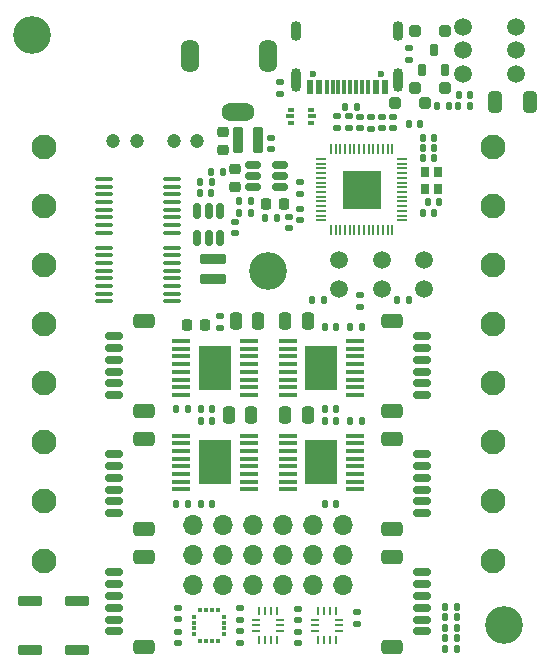
<source format=gbr>
%TF.GenerationSoftware,KiCad,Pcbnew,(7.0.0)*%
%TF.CreationDate,2023-08-07T02:07:42-04:00*%
%TF.ProjectId,NoU3,4e6f5533-2e6b-4696-9361-645f70636258,rev?*%
%TF.SameCoordinates,Original*%
%TF.FileFunction,Soldermask,Top*%
%TF.FilePolarity,Negative*%
%FSLAX46Y46*%
G04 Gerber Fmt 4.6, Leading zero omitted, Abs format (unit mm)*
G04 Created by KiCad (PCBNEW (7.0.0)) date 2023-08-07 02:07:42*
%MOMM*%
%LPD*%
G01*
G04 APERTURE LIST*
G04 Aperture macros list*
%AMRoundRect*
0 Rectangle with rounded corners*
0 $1 Rounding radius*
0 $2 $3 $4 $5 $6 $7 $8 $9 X,Y pos of 4 corners*
0 Add a 4 corners polygon primitive as box body*
4,1,4,$2,$3,$4,$5,$6,$7,$8,$9,$2,$3,0*
0 Add four circle primitives for the rounded corners*
1,1,$1+$1,$2,$3*
1,1,$1+$1,$4,$5*
1,1,$1+$1,$6,$7*
1,1,$1+$1,$8,$9*
0 Add four rect primitives between the rounded corners*
20,1,$1+$1,$2,$3,$4,$5,0*
20,1,$1+$1,$4,$5,$6,$7,0*
20,1,$1+$1,$6,$7,$8,$9,0*
20,1,$1+$1,$8,$9,$2,$3,0*%
G04 Aperture macros list end*
%ADD10RoundRect,0.140000X-0.140000X-0.170000X0.140000X-0.170000X0.140000X0.170000X-0.140000X0.170000X0*%
%ADD11RoundRect,0.140000X0.170000X-0.140000X0.170000X0.140000X-0.170000X0.140000X-0.170000X-0.140000X0*%
%ADD12RoundRect,0.140000X-0.170000X0.140000X-0.170000X-0.140000X0.170000X-0.140000X0.170000X0.140000X0*%
%ADD13R,2.794000X3.810000*%
%ADD14RoundRect,0.100000X0.687500X0.100000X-0.687500X0.100000X-0.687500X-0.100000X0.687500X-0.100000X0*%
%ADD15RoundRect,0.250000X0.250000X0.250000X-0.250000X0.250000X-0.250000X-0.250000X0.250000X-0.250000X0*%
%ADD16RoundRect,0.135000X-0.135000X-0.185000X0.135000X-0.185000X0.135000X0.185000X-0.135000X0.185000X0*%
%ADD17RoundRect,0.135000X-0.185000X0.135000X-0.185000X-0.135000X0.185000X-0.135000X0.185000X0.135000X0*%
%ADD18RoundRect,0.135000X0.135000X0.185000X-0.135000X0.185000X-0.135000X-0.185000X0.135000X-0.185000X0*%
%ADD19RoundRect,0.100000X0.637500X0.100000X-0.637500X0.100000X-0.637500X-0.100000X0.637500X-0.100000X0*%
%ADD20RoundRect,0.225000X-0.250000X0.225000X-0.250000X-0.225000X0.250000X-0.225000X0.250000X0.225000X0*%
%ADD21RoundRect,0.135000X0.185000X-0.135000X0.185000X0.135000X-0.185000X0.135000X-0.185000X-0.135000X0*%
%ADD22RoundRect,0.100000X-0.900000X0.300000X-0.900000X-0.300000X0.900000X-0.300000X0.900000X0.300000X0*%
%ADD23RoundRect,0.100000X-0.687500X-0.100000X0.687500X-0.100000X0.687500X0.100000X-0.687500X0.100000X0*%
%ADD24RoundRect,0.140000X0.140000X0.170000X-0.140000X0.170000X-0.140000X-0.170000X0.140000X-0.170000X0*%
%ADD25C,1.200000*%
%ADD26RoundRect,0.225000X0.225000X0.250000X-0.225000X0.250000X-0.225000X-0.250000X0.225000X-0.250000X0*%
%ADD27RoundRect,0.150000X0.625000X-0.150000X0.625000X0.150000X-0.625000X0.150000X-0.625000X-0.150000X0*%
%ADD28RoundRect,0.250000X0.650000X-0.350000X0.650000X0.350000X-0.650000X0.350000X-0.650000X-0.350000X0*%
%ADD29RoundRect,0.150000X0.150000X-0.400000X0.150000X0.400000X-0.150000X0.400000X-0.150000X-0.400000X0*%
%ADD30RoundRect,0.150000X-0.625000X0.150000X-0.625000X-0.150000X0.625000X-0.150000X0.625000X0.150000X0*%
%ADD31RoundRect,0.250000X-0.650000X0.350000X-0.650000X-0.350000X0.650000X-0.350000X0.650000X0.350000X0*%
%ADD32RoundRect,0.150000X-0.150000X0.512500X-0.150000X-0.512500X0.150000X-0.512500X0.150000X0.512500X0*%
%ADD33C,3.200000*%
%ADD34R,0.800000X0.900000*%
%ADD35C,2.100000*%
%ADD36RoundRect,0.050000X-0.050000X0.387500X-0.050000X-0.387500X0.050000X-0.387500X0.050000X0.387500X0*%
%ADD37RoundRect,0.050000X-0.387500X0.050000X-0.387500X-0.050000X0.387500X-0.050000X0.387500X0.050000X0*%
%ADD38R,3.200000X3.200000*%
%ADD39O,1.700000X1.700000*%
%ADD40RoundRect,0.800000X0.000000X-0.600000X0.000000X-0.600000X0.000000X0.600000X0.000000X0.600000X0*%
%ADD41RoundRect,0.800000X0.600000X0.000000X0.600000X0.000000X-0.600000X0.000000X-0.600000X0.000000X0*%
%ADD42C,1.500000*%
%ADD43R,0.500000X0.375000*%
%ADD44R,0.650000X0.300000*%
%ADD45RoundRect,0.250000X0.250000X0.475000X-0.250000X0.475000X-0.250000X-0.475000X0.250000X-0.475000X0*%
%ADD46C,0.600000*%
%ADD47R,0.600000X1.160000*%
%ADD48R,0.300000X1.160000*%
%ADD49O,0.900000X2.000000*%
%ADD50O,0.900000X1.700000*%
%ADD51RoundRect,0.225000X-0.225000X-0.250000X0.225000X-0.250000X0.225000X0.250000X-0.225000X0.250000X0*%
%ADD52RoundRect,0.250000X-0.250000X-0.475000X0.250000X-0.475000X0.250000X0.475000X-0.250000X0.475000X0*%
%ADD53R,0.250000X0.675000*%
%ADD54R,0.675000X0.250000*%
%ADD55RoundRect,0.212500X-0.887500X0.212500X-0.887500X-0.212500X0.887500X-0.212500X0.887500X0.212500X0*%
%ADD56R,0.300000X0.450000*%
%ADD57R,0.450000X0.300000*%
%ADD58RoundRect,0.150000X-0.512500X-0.150000X0.512500X-0.150000X0.512500X0.150000X-0.512500X0.150000X0*%
%ADD59RoundRect,0.212500X0.212500X0.887500X-0.212500X0.887500X-0.212500X-0.887500X0.212500X-0.887500X0*%
%ADD60RoundRect,0.250000X-0.325000X-0.650000X0.325000X-0.650000X0.325000X0.650000X-0.325000X0.650000X0*%
G04 APERTURE END LIST*
D10*
%TO.C,C38*%
X13529037Y8850000D03*
X14489037Y8850000D03*
%TD*%
D11*
%TO.C,C7*%
X-4100000Y-1780000D03*
X-4100000Y-820000D03*
%TD*%
D12*
%TO.C,C41*%
X2500000Y-27520000D03*
X2500000Y-28480000D03*
%TD*%
D13*
%TO.C,U1*%
X4499999Y-5199999D03*
D14*
X7362500Y-7475000D03*
X7362500Y-6825000D03*
X7362500Y-6175000D03*
X7362500Y-5525000D03*
X7362500Y-4875000D03*
X7362500Y-4225000D03*
X7362500Y-3575000D03*
X7362500Y-2925000D03*
X1637500Y-2925000D03*
X1637500Y-3575000D03*
X1637500Y-4225000D03*
X1637500Y-4875000D03*
X1637500Y-5525000D03*
X1637500Y-6175000D03*
X1637500Y-6825000D03*
X1637500Y-7475000D03*
%TD*%
D15*
%TO.C,D2*%
X13250000Y17200000D03*
X10750000Y17200000D03*
%TD*%
D16*
%TO.C,R3*%
X-7810000Y-8700000D03*
X-6790000Y-8700000D03*
%TD*%
D11*
%TO.C,C40*%
X2500000Y-26530000D03*
X2500000Y-25570000D03*
%TD*%
D17*
%TO.C,R19*%
X7500000Y-25885000D03*
X7500000Y-26905000D03*
%TD*%
D18*
%TO.C,R26*%
X15310000Y17000000D03*
X14290000Y17000000D03*
%TD*%
%TO.C,R23*%
X16010000Y-27200000D03*
X14990000Y-27200000D03*
%TD*%
D11*
%TO.C,C25*%
X2700001Y9570000D03*
X2700001Y10530000D03*
%TD*%
D19*
%TO.C,U13*%
X-8187500Y450000D03*
X-8187500Y1100000D03*
X-8187500Y1750000D03*
X-8187500Y2400000D03*
X-8187500Y3050000D03*
X-8187500Y3700000D03*
X-8187500Y4350000D03*
X-8187500Y5000000D03*
X-13912500Y5000000D03*
X-13912500Y4350000D03*
X-13912500Y3700000D03*
X-13912500Y3050000D03*
X-13912500Y2400000D03*
X-13912500Y1750000D03*
X-13912500Y1100000D03*
X-13912500Y450000D03*
%TD*%
D20*
%TO.C,C35*%
X-3800000Y14775000D03*
X-3800000Y13225000D03*
%TD*%
D19*
%TO.C,U14*%
X-8187500Y6250000D03*
X-8187500Y6900000D03*
X-8187500Y7550000D03*
X-8187500Y8200000D03*
X-8187500Y8850000D03*
X-8187500Y9500000D03*
X-8187500Y10150000D03*
X-8187500Y10800000D03*
X-13912500Y10800000D03*
X-13912500Y10150000D03*
X-13912500Y9500000D03*
X-13912500Y8850000D03*
X-13912500Y8200000D03*
X-13912500Y7550000D03*
X-13912500Y6900000D03*
X-13912500Y6250000D03*
%TD*%
D18*
%TO.C,R15*%
X7513708Y16930788D03*
X6493708Y16930788D03*
%TD*%
D21*
%TO.C,R16*%
X1000000Y17990000D03*
X1000000Y19010000D03*
%TD*%
D22*
%TO.C,SW2*%
X-20200000Y-24900000D03*
X-20200000Y-29100000D03*
%TD*%
D17*
%TO.C,R18*%
X7800000Y1010000D03*
X7800000Y-10000D03*
%TD*%
D13*
%TO.C,U4*%
X-4499999Y-5199999D03*
D23*
X-7362500Y-2925000D03*
X-7362500Y-3575000D03*
X-7362500Y-4225000D03*
X-7362500Y-4875000D03*
X-7362500Y-5525000D03*
X-7362500Y-6175000D03*
X-7362500Y-6825000D03*
X-7362500Y-7475000D03*
X-1637500Y-7475000D03*
X-1637500Y-6825000D03*
X-1637500Y-6175000D03*
X-1637500Y-5525000D03*
X-1637500Y-4875000D03*
X-1637500Y-4225000D03*
X-1637500Y-3575000D03*
X-1637500Y-2925000D03*
%TD*%
D24*
%TO.C,C30*%
X14039037Y7950000D03*
X13079037Y7950000D03*
%TD*%
D25*
%TO.C,C39*%
X-8000000Y14000000D03*
X-6000000Y14000000D03*
%TD*%
D26*
%TO.C,C22*%
X1375000Y8700000D03*
X-175000Y8700000D03*
%TD*%
D27*
%TO.C,J17*%
X13025000Y-17500000D03*
X13025000Y-16500000D03*
X13025000Y-15500000D03*
X13025000Y-14500000D03*
X13025000Y-13500000D03*
X13025000Y-12500000D03*
D28*
X10500000Y-18800000D03*
X10500000Y-11200000D03*
%TD*%
D29*
%TO.C,Q1*%
X13050000Y20050000D03*
X14950000Y20050000D03*
X14000000Y21750000D03*
%TD*%
D24*
%TO.C,C34*%
X14059037Y13450000D03*
X13099037Y13450000D03*
%TD*%
D30*
%TO.C,J13*%
X-13025000Y-22500000D03*
X-13025000Y-23500000D03*
X-13025000Y-24500000D03*
X-13025000Y-25500000D03*
X-13025000Y-26500000D03*
X-13025000Y-27500000D03*
D31*
X-10500000Y-21200000D03*
X-10500000Y-28800000D03*
%TD*%
D32*
%TO.C,U16*%
X-4100000Y8100000D03*
X-5050000Y8100000D03*
X-6000000Y8100000D03*
X-6000000Y5825000D03*
X-5050000Y5825000D03*
X-4100000Y5825000D03*
%TD*%
D24*
%TO.C,C10*%
X-4720000Y-9700000D03*
X-5680000Y-9700000D03*
%TD*%
D10*
%TO.C,C4*%
X4820000Y-8700000D03*
X5780000Y-8700000D03*
%TD*%
%TO.C,C15*%
X16120000Y17900000D03*
X17080000Y17900000D03*
%TD*%
D12*
%TO.C,C27*%
X1800000Y7580000D03*
X1800000Y6620000D03*
%TD*%
D13*
%TO.C,U6*%
X4499999Y-13199999D03*
D14*
X7362500Y-15475000D03*
X7362500Y-14825000D03*
X7362500Y-14175000D03*
X7362500Y-13525000D03*
X7362500Y-12875000D03*
X7362500Y-12225000D03*
X7362500Y-11575000D03*
X7362500Y-10925000D03*
X1637500Y-10925000D03*
X1637500Y-11575000D03*
X1637500Y-12225000D03*
X1637500Y-12875000D03*
X1637500Y-13525000D03*
X1637500Y-14175000D03*
X1637500Y-14825000D03*
X1637500Y-15475000D03*
%TD*%
D33*
%TO.C,*%
X-20000000Y23000000D03*
%TD*%
D34*
%TO.C,U3*%
X14341168Y9992282D03*
X14341168Y11392282D03*
X13241168Y11392282D03*
X13241168Y9992282D03*
%TD*%
D16*
%TO.C,R17*%
X3690000Y600000D03*
X4710000Y600000D03*
%TD*%
D35*
%TO.C,J11*%
X19000000Y-16500000D03*
X19000000Y-21500000D03*
%TD*%
D33*
%TO.C,*%
X20000000Y-27000000D03*
%TD*%
D27*
%TO.C,J10*%
X13025000Y-27500000D03*
X13025000Y-26500000D03*
X13025000Y-25500000D03*
X13025000Y-24500000D03*
X13025000Y-23500000D03*
X13025000Y-22500000D03*
D28*
X10500000Y-28800000D03*
X10500000Y-21200000D03*
%TD*%
D35*
%TO.C,J6*%
X-19000000Y-1500000D03*
X-19000000Y3500000D03*
%TD*%
D16*
%TO.C,R6*%
X-7810000Y-16700000D03*
X-6790000Y-16700000D03*
%TD*%
D36*
%TO.C,U2*%
X10500000Y13337500D03*
X10100000Y13337500D03*
X9700000Y13337500D03*
X9300000Y13337500D03*
X8900000Y13337500D03*
X8500000Y13337500D03*
X8100000Y13337500D03*
X7700000Y13337500D03*
X7300000Y13337500D03*
X6900000Y13337500D03*
X6500000Y13337500D03*
X6100000Y13337500D03*
X5700000Y13337500D03*
X5300000Y13337500D03*
D37*
X4462500Y12500000D03*
X4462500Y12100000D03*
X4462500Y11700000D03*
X4462500Y11300000D03*
X4462500Y10900000D03*
X4462500Y10500000D03*
X4462500Y10100000D03*
X4462500Y9700000D03*
X4462500Y9300000D03*
X4462500Y8900000D03*
X4462500Y8500000D03*
X4462500Y8100000D03*
X4462500Y7700000D03*
X4462500Y7300000D03*
D36*
X5300000Y6462500D03*
X5700000Y6462500D03*
X6100000Y6462500D03*
X6500000Y6462500D03*
X6900000Y6462500D03*
X7300000Y6462500D03*
X7700000Y6462500D03*
X8100000Y6462500D03*
X8500000Y6462500D03*
X8900000Y6462500D03*
X9300000Y6462500D03*
X9700000Y6462500D03*
X10100000Y6462500D03*
X10500000Y6462500D03*
D37*
X11337500Y7300000D03*
X11337500Y7700000D03*
X11337500Y8100000D03*
X11337500Y8500000D03*
X11337500Y8900000D03*
X11337500Y9300000D03*
X11337500Y9700000D03*
X11337500Y10100000D03*
X11337500Y10500000D03*
X11337500Y10900000D03*
X11337500Y11300000D03*
X11337500Y11700000D03*
X11337500Y12100000D03*
X11337500Y12500000D03*
D38*
X7899999Y9899999D03*
%TD*%
D39*
%TO.C,U19*%
X-1269999Y-20999999D03*
X1269999Y-20999999D03*
X-1269999Y-18459999D03*
X1269999Y-18459999D03*
X-1269999Y-23539999D03*
X1269999Y-23539999D03*
%TD*%
D24*
%TO.C,C33*%
X-4824000Y9612500D03*
X-5784000Y9612500D03*
%TD*%
D17*
%TO.C,R30*%
X6821025Y16108642D03*
X6821025Y15088642D03*
%TD*%
D40*
%TO.C,J15*%
X0Y21182500D03*
X-6650000Y21182500D03*
D41*
X-2550000Y16482500D03*
%TD*%
D10*
%TO.C,C32*%
X-2455223Y8898251D03*
X-1495223Y8898251D03*
%TD*%
D42*
%TO.C,D4*%
X13200000Y1450000D03*
X13200000Y3950000D03*
%TD*%
D18*
%TO.C,R24*%
X16010000Y-28100000D03*
X14990000Y-28100000D03*
%TD*%
D12*
%TO.C,C43*%
X-7600000Y-25520000D03*
X-7600000Y-26480000D03*
%TD*%
D13*
%TO.C,U5*%
X-4499999Y-13199999D03*
D23*
X-7362500Y-10925000D03*
X-7362500Y-11575000D03*
X-7362500Y-12225000D03*
X-7362500Y-12875000D03*
X-7362500Y-13525000D03*
X-7362500Y-14175000D03*
X-7362500Y-14825000D03*
X-7362500Y-15475000D03*
X-1637500Y-15475000D03*
X-1637500Y-14825000D03*
X-1637500Y-14175000D03*
X-1637500Y-13525000D03*
X-1637500Y-12875000D03*
X-1637500Y-12225000D03*
X-1637500Y-11575000D03*
X-1637500Y-10925000D03*
%TD*%
D10*
%TO.C,C37*%
X13099037Y12601471D03*
X14059037Y12601471D03*
%TD*%
D35*
%TO.C,J5*%
X-19000000Y8500000D03*
X-19000000Y13500000D03*
%TD*%
D43*
%TO.C,U9*%
X1949999Y16637499D03*
D44*
X1874999Y16099999D03*
D43*
X1949999Y15562499D03*
X3649999Y15562499D03*
D44*
X3724999Y16099999D03*
D43*
X3649999Y16637499D03*
%TD*%
D45*
%TO.C,C11*%
X-850000Y-1200000D03*
X-2750000Y-1200000D03*
%TD*%
D16*
%TO.C,R12*%
X-310000Y7500000D03*
X710000Y7500000D03*
%TD*%
D10*
%TO.C,C13*%
X4820000Y-16700000D03*
X5780000Y-16700000D03*
%TD*%
D27*
%TO.C,J1*%
X13025000Y-7500000D03*
X13025000Y-6500000D03*
X13025000Y-5500000D03*
X13025000Y-4500000D03*
X13025000Y-3500000D03*
X13025000Y-2500000D03*
D28*
X10500000Y-8800000D03*
X10500000Y-1200000D03*
%TD*%
D46*
%TO.C,U17*%
X9590000Y19675000D03*
X3810000Y19675000D03*
D47*
X9899999Y18614999D03*
X9099999Y18614999D03*
D48*
X7949999Y18614999D03*
X6949999Y18614999D03*
X6449999Y18614999D03*
X5449999Y18614999D03*
D47*
X4299999Y18614999D03*
X3499999Y18614999D03*
X3499999Y18614999D03*
X4299999Y18614999D03*
D48*
X4949999Y18614999D03*
X5949999Y18614999D03*
X7449999Y18614999D03*
X8449999Y18614999D03*
D47*
X9099999Y18614999D03*
X9899999Y18614999D03*
D49*
X11019999Y19194999D03*
D50*
X11019999Y23364999D03*
D49*
X2379999Y19194999D03*
D50*
X2379999Y23364999D03*
%TD*%
D21*
%TO.C,R5*%
X8721537Y15059999D03*
X8721537Y16079999D03*
%TD*%
D51*
%TO.C,C36*%
X-6875000Y-1600000D03*
X-5325000Y-1600000D03*
%TD*%
D52*
%TO.C,C2*%
X1450000Y-1200000D03*
X3350000Y-1200000D03*
%TD*%
D53*
%TO.C,U26*%
X-749999Y-28262499D03*
X-249999Y-28262499D03*
X249999Y-28262499D03*
X749999Y-28262499D03*
D54*
X1012499Y-27499999D03*
X1012499Y-26999999D03*
X1012499Y-26499999D03*
D53*
X749999Y-25737499D03*
X249999Y-25737499D03*
X-249999Y-25737499D03*
X-749999Y-25737499D03*
D54*
X-1012499Y-26499999D03*
X-1012499Y-26999999D03*
X-1012499Y-27499999D03*
%TD*%
D35*
%TO.C,J2*%
X19000000Y3500000D03*
X19000000Y-1500000D03*
%TD*%
D24*
%TO.C,C3*%
X5780000Y-1700000D03*
X4820000Y-1700000D03*
%TD*%
D16*
%TO.C,R20*%
X14990000Y-25400000D03*
X16010000Y-25400000D03*
%TD*%
D35*
%TO.C,J12*%
X19000000Y-6500000D03*
X19000000Y-11500000D03*
%TD*%
D17*
%TO.C,R10*%
X11900000Y21910000D03*
X11900000Y20890000D03*
%TD*%
D30*
%TO.C,J4*%
X-13025000Y-2500000D03*
X-13025000Y-3500000D03*
X-13025000Y-4500000D03*
X-13025000Y-5500000D03*
X-13025000Y-6500000D03*
X-13025000Y-7500000D03*
D31*
X-10500000Y-1200000D03*
X-10500000Y-8800000D03*
%TD*%
D52*
%TO.C,C8*%
X1450000Y-9200000D03*
X3350000Y-9200000D03*
%TD*%
D35*
%TO.C,J3*%
X19000000Y13500000D03*
X19000000Y8500000D03*
%TD*%
D18*
%TO.C,R8*%
X7910000Y-9700000D03*
X6890000Y-9700000D03*
%TD*%
%TO.C,R13*%
X-4794000Y10518500D03*
X-5814000Y10518500D03*
%TD*%
D24*
%TO.C,C31*%
X14059037Y14298528D03*
X13099037Y14298528D03*
%TD*%
D55*
%TO.C,L2*%
X-4700000Y4025000D03*
X-4700000Y2375000D03*
%TD*%
D18*
%TO.C,R1*%
X7910000Y-1700000D03*
X6890000Y-1700000D03*
%TD*%
D10*
%TO.C,C9*%
X-5680000Y-16700000D03*
X-4720000Y-16700000D03*
%TD*%
D56*
%TO.C,U25*%
X-5749999Y-28274999D03*
X-5249999Y-28274999D03*
X-4749999Y-28274999D03*
X-4249999Y-28274999D03*
D57*
X-3724999Y-27749999D03*
X-3724999Y-27249999D03*
X-3724999Y-26749999D03*
X-3724999Y-26249999D03*
D56*
X-4249999Y-25724999D03*
X-4749999Y-25724999D03*
X-5249999Y-25724999D03*
X-5749999Y-25724999D03*
D57*
X-6274999Y-26249999D03*
X-6274999Y-26749999D03*
X-6274999Y-27249999D03*
X-6274999Y-27749999D03*
%TD*%
D53*
%TO.C,U23*%
X5749999Y-25737499D03*
X5249999Y-25737499D03*
X4749999Y-25737499D03*
X4249999Y-25737499D03*
D54*
X3987499Y-26499999D03*
X3987499Y-26999999D03*
X3987499Y-27499999D03*
D53*
X4249999Y-28262499D03*
X4749999Y-28262499D03*
X5249999Y-28262499D03*
X5749999Y-28262499D03*
D54*
X6012499Y-27499999D03*
X6012499Y-26999999D03*
X6012499Y-26499999D03*
%TD*%
D12*
%TO.C,C21*%
X10591537Y16050000D03*
X10591537Y15090000D03*
%TD*%
D16*
%TO.C,R31*%
X10890000Y600000D03*
X11910000Y600000D03*
%TD*%
D10*
%TO.C,C6*%
X-5680000Y-8700000D03*
X-4720000Y-8700000D03*
%TD*%
D39*
%TO.C,U18*%
X-6369999Y-20999999D03*
X-3829999Y-20999999D03*
X-6369999Y-18459999D03*
X-3829999Y-18459999D03*
X-6369999Y-23539999D03*
X-3829999Y-23539999D03*
%TD*%
D58*
%TO.C,U15*%
X-1314394Y11999495D03*
X-1314394Y11049495D03*
X-1314394Y10099495D03*
X960606Y10099495D03*
X960606Y11049495D03*
X960606Y11999495D03*
%TD*%
D16*
%TO.C,R14*%
X-4810000Y11400000D03*
X-3790000Y11400000D03*
%TD*%
D35*
%TO.C,J9*%
X-19000000Y-21500000D03*
X-19000000Y-16500000D03*
%TD*%
D39*
%TO.C,U7*%
X3779999Y-20999999D03*
X6319999Y-20999999D03*
X3779999Y-18459999D03*
X6319999Y-18459999D03*
X3779999Y-23539999D03*
X6319999Y-23539999D03*
%TD*%
D45*
%TO.C,C5*%
X-1450000Y-9200000D03*
X-3350000Y-9200000D03*
%TD*%
D12*
%TO.C,C24*%
X9621538Y16050000D03*
X9621538Y15090000D03*
%TD*%
D33*
%TO.C,*%
X0Y3000000D03*
%TD*%
D42*
%TO.C,D5*%
X6000000Y1450000D03*
X6000000Y3950000D03*
%TD*%
D18*
%TO.C,R25*%
X16010000Y-29000000D03*
X14990000Y-29000000D03*
%TD*%
D42*
%TO.C,U8*%
X16450000Y19700000D03*
X16450000Y21700000D03*
X16450000Y23700000D03*
X20950000Y19700000D03*
X20950000Y21700000D03*
X20950000Y23700000D03*
%TD*%
D25*
%TO.C,C20*%
X-11150000Y14000000D03*
X-13150000Y14000000D03*
%TD*%
D11*
%TO.C,C1*%
X7759037Y15090000D03*
X7759037Y16050000D03*
%TD*%
D16*
%TO.C,R11*%
X-2510000Y7900000D03*
X-1490000Y7900000D03*
%TD*%
D24*
%TO.C,C12*%
X5780000Y-9700000D03*
X4820000Y-9700000D03*
%TD*%
D11*
%TO.C,C28*%
X200000Y13320000D03*
X200000Y14280000D03*
%TD*%
D20*
%TO.C,C23*%
X-2800000Y11675000D03*
X-2800000Y10125000D03*
%TD*%
D35*
%TO.C,J8*%
X-19000000Y-11500000D03*
X-19000000Y-6500000D03*
%TD*%
D12*
%TO.C,C26*%
X2700000Y8280000D03*
X2700000Y7320000D03*
%TD*%
D42*
%TO.C,D6*%
X9600000Y1450000D03*
X9600000Y3950000D03*
%TD*%
D59*
%TO.C,L1*%
X-875000Y14100000D03*
X-2525000Y14100000D03*
%TD*%
D16*
%TO.C,R21*%
X14990000Y-26300000D03*
X16010000Y-26300000D03*
%TD*%
D24*
%TO.C,C14*%
X12880000Y15500000D03*
X11920000Y15500000D03*
%TD*%
D15*
%TO.C,D1*%
X14950000Y23300000D03*
X12450000Y23300000D03*
%TD*%
D21*
%TO.C,R28*%
X-2400000Y-26510000D03*
X-2400000Y-25490000D03*
%TD*%
D15*
%TO.C,D3*%
X14950000Y18500000D03*
X12450000Y18500000D03*
%TD*%
D11*
%TO.C,C42*%
X-7600000Y-28480000D03*
X-7600000Y-27520000D03*
%TD*%
D21*
%TO.C,R29*%
X5821025Y15098642D03*
X5821025Y16118642D03*
%TD*%
%TO.C,R22*%
X-2400000Y-28510000D03*
X-2400000Y-27490000D03*
%TD*%
D18*
%TO.C,R27*%
X17100000Y17000000D03*
X16080000Y17000000D03*
%TD*%
D22*
%TO.C,SW1*%
X-16200000Y-24900000D03*
X-16200000Y-29100000D03*
%TD*%
D12*
%TO.C,C29*%
X-2853646Y7173901D03*
X-2853646Y6213901D03*
%TD*%
D60*
%TO.C,J14*%
X19225000Y17300000D03*
X22175000Y17300000D03*
%TD*%
D30*
%TO.C,J7*%
X-13025000Y-12500000D03*
X-13025000Y-13500000D03*
X-13025000Y-14500000D03*
X-13025000Y-15500000D03*
X-13025000Y-16500000D03*
X-13025000Y-17500000D03*
D31*
X-10500000Y-11200000D03*
X-10500000Y-18800000D03*
%TD*%
M02*

</source>
